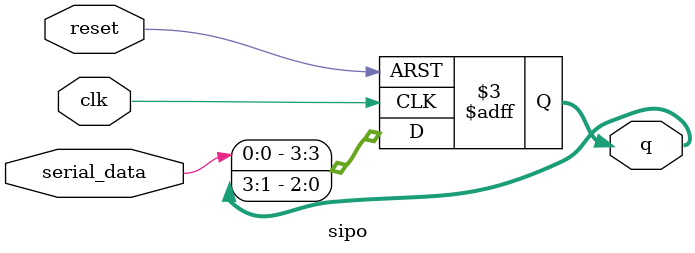
<source format=v>
module sipo (clk,q,reset,serial_data);

input clk, reset, serial_data;
output reg [3:0]q;

always @(posedge clk or negedge reset) begin
    
    if (!reset) begin
        q <= 4'b0;
    end
    
    else
        q <= {serial_data, q[3:1]};

end
    
endmodule
</source>
